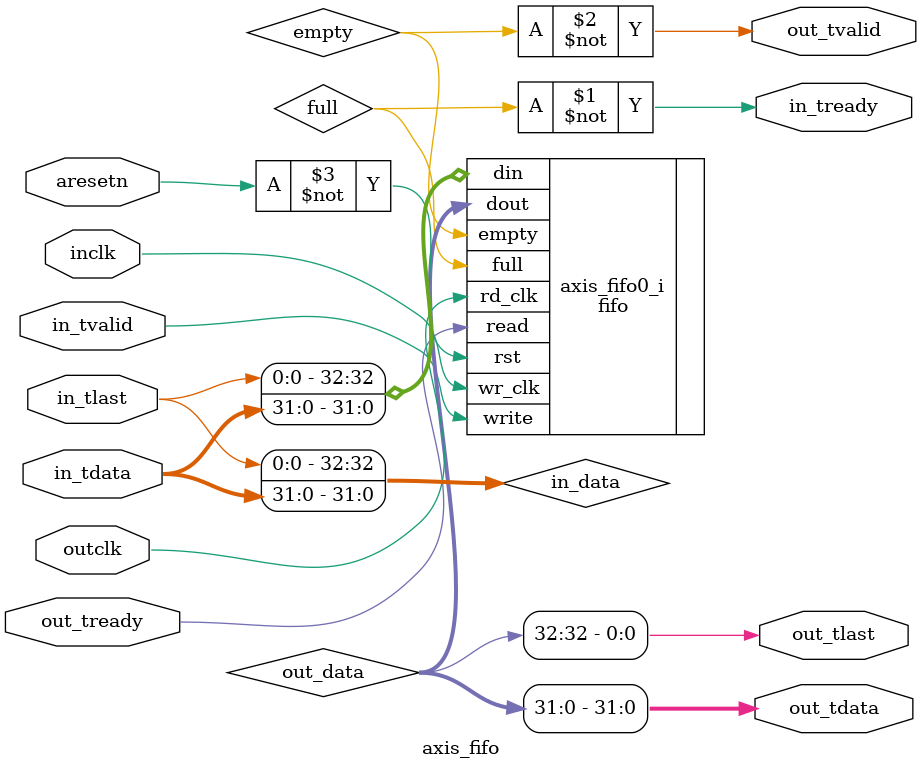
<source format=v>
`timescale 1ns / 1ps

module axis_fifo #
  (
   parameter C_DATA_WIDTH = 32,
   parameter C_DATA_DEPTH = 16,
   parameter C_IS_ASYNC = 0
   ) (
      input aresetn,
      input inclk,
      input [C_DATA_WIDTH-1:0] in_tdata,
      input in_tlast,  
      input in_tvalid,
      output in_tready,
      input outclk, 
      output [C_DATA_WIDTH-1:0] out_tdata,
      input out_tready,
      output out_tvalid,
      output out_tlast
      );

   wire [C_DATA_WIDTH:0] in_data;
   wire [C_DATA_WIDTH:0] out_data;
   wire full, empty;

   assign in_data = {in_tlast,in_tdata};
   assign out_tdata = out_data[C_DATA_WIDTH-1:0];
   assign out_tlast = out_data[C_DATA_WIDTH];
   
   assign in_tready = ~full;
   assign out_tvalid = ~empty;
   
   localparam REAL_WIDTH = C_DATA_WIDTH + 1;
   
    fifo #( 
        .WIDTH(REAL_WIDTH),
        .DEPTH(C_DATA_DEPTH),
        .IS_ASYNC(C_IS_ASYNC)
    ) axis_fifo0_i (
        .wr_clk(inclk),
        .din(in_data),
        .write(in_tvalid),
        .full(full),
        .dout(out_data),
        .read(out_tready),
        .empty(empty),
        .rd_clk(outclk),
	.rst(~aresetn)
    );
            
endmodule



</source>
